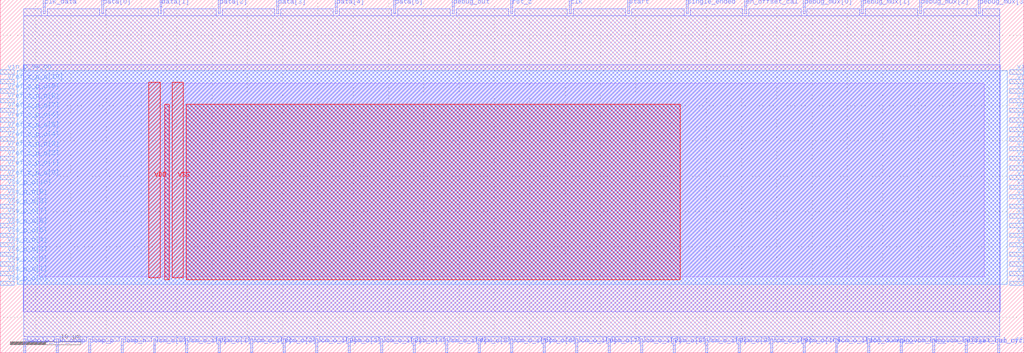
<source format=lef>
VERSION 5.7 ;
  NOWIREEXTENSIONATPIN ON ;
  DIVIDERCHAR "/" ;
  BUSBITCHARS "[]" ;
MACRO state_machine
  CLASS BLOCK ;
  FOREIGN state_machine ;
  ORIGIN 0.000 0.000 ;
  SIZE 145.000 BY 50.000 ;
  PIN VDD
    DIRECTION INOUT ;
    USE POWER ;
    PORT
      LAYER met4 ;
        RECT 21.040 10.640 22.640 38.320 ;
    END
  END VDD
  PIN VSS
    DIRECTION INOUT ;
    USE GROUND ;
    PORT
      LAYER met4 ;
        RECT 24.340 10.640 25.940 38.320 ;
    END
  END VSS
  PIN clk
    DIRECTION INPUT ;
    USE SIGNAL ;
    ANTENNAGATEAREA 0.196500 ;
    PORT
      LAYER met2 ;
        RECT 80.590 48.000 80.870 50.000 ;
    END
  END clk
  PIN clk_data
    DIRECTION OUTPUT ;
    USE SIGNAL ;
    ANTENNADIFFAREA 0.795200 ;
    PORT
      LAYER met2 ;
        RECT 6.070 48.000 6.350 50.000 ;
    END
  END clk_data
  PIN comp_n
    DIRECTION INPUT ;
    USE SIGNAL ;
    ANTENNAGATEAREA 0.196500 ;
    PORT
      LAYER met2 ;
        RECT 17.110 0.000 17.390 2.000 ;
    END
  END comp_n
  PIN comp_p
    DIRECTION INPUT ;
    USE SIGNAL ;
    ANTENNAGATEAREA 0.159000 ;
    PORT
      LAYER met2 ;
        RECT 12.510 0.000 12.790 2.000 ;
    END
  END comp_p
  PIN data[0]
    DIRECTION OUTPUT ;
    USE SIGNAL ;
    ANTENNADIFFAREA 0.795200 ;
    PORT
      LAYER met2 ;
        RECT 14.350 48.000 14.630 50.000 ;
    END
  END data[0]
  PIN data[1]
    DIRECTION OUTPUT ;
    USE SIGNAL ;
    ANTENNADIFFAREA 0.795200 ;
    PORT
      LAYER met2 ;
        RECT 22.630 48.000 22.910 50.000 ;
    END
  END data[1]
  PIN data[2]
    DIRECTION OUTPUT ;
    USE SIGNAL ;
    ANTENNADIFFAREA 0.795200 ;
    PORT
      LAYER met2 ;
        RECT 30.910 48.000 31.190 50.000 ;
    END
  END data[2]
  PIN data[3]
    DIRECTION OUTPUT ;
    USE SIGNAL ;
    ANTENNADIFFAREA 0.795200 ;
    PORT
      LAYER met2 ;
        RECT 39.190 48.000 39.470 50.000 ;
    END
  END data[3]
  PIN data[4]
    DIRECTION OUTPUT ;
    USE SIGNAL ;
    ANTENNADIFFAREA 0.795200 ;
    PORT
      LAYER met2 ;
        RECT 47.470 48.000 47.750 50.000 ;
    END
  END data[4]
  PIN data[5]
    DIRECTION OUTPUT ;
    USE SIGNAL ;
    ANTENNADIFFAREA 0.795200 ;
    PORT
      LAYER met2 ;
        RECT 55.750 48.000 56.030 50.000 ;
    END
  END data[5]
  PIN debug_mux[0]
    DIRECTION INPUT ;
    USE SIGNAL ;
    ANTENNAGATEAREA 0.159000 ;
    PORT
      LAYER met2 ;
        RECT 113.710 48.000 113.990 50.000 ;
    END
  END debug_mux[0]
  PIN debug_mux[1]
    DIRECTION INPUT ;
    USE SIGNAL ;
    ANTENNAGATEAREA 0.159000 ;
    PORT
      LAYER met2 ;
        RECT 121.990 48.000 122.270 50.000 ;
    END
  END debug_mux[1]
  PIN debug_mux[2]
    DIRECTION INPUT ;
    USE SIGNAL ;
    ANTENNAGATEAREA 0.196500 ;
    PORT
      LAYER met2 ;
        RECT 130.270 48.000 130.550 50.000 ;
    END
  END debug_mux[2]
  PIN debug_mux[3]
    DIRECTION INPUT ;
    USE SIGNAL ;
    ANTENNAGATEAREA 0.196500 ;
    PORT
      LAYER met2 ;
        RECT 138.550 48.000 138.830 50.000 ;
    END
  END debug_mux[3]
  PIN debug_out
    DIRECTION OUTPUT ;
    USE SIGNAL ;
    ANTENNADIFFAREA 0.795200 ;
    PORT
      LAYER met2 ;
        RECT 64.030 48.000 64.310 50.000 ;
    END
  END debug_out
  PIN en_comp
    DIRECTION OUTPUT ;
    USE SIGNAL ;
    ANTENNADIFFAREA 0.445500 ;
    PORT
      LAYER met2 ;
        RECT 7.910 0.000 8.190 2.000 ;
    END
  END en_comp
  PIN en_offset_cal
    DIRECTION INPUT ;
    USE SIGNAL ;
    ANTENNAGATEAREA 0.196500 ;
    PORT
      LAYER met2 ;
        RECT 105.430 48.000 105.710 50.000 ;
    END
  END en_offset_cal
  PIN en_offset_cal_o
    DIRECTION OUTPUT ;
    USE SIGNAL ;
    ANTENNADIFFAREA 0.795200 ;
    PORT
      LAYER met2 ;
        RECT 141.310 0.000 141.590 2.000 ;
    END
  END en_offset_cal_o
  PIN en_vcm_sw_o
    DIRECTION OUTPUT ;
    USE SIGNAL ;
    ANTENNADIFFAREA 0.445500 ;
    PORT
      LAYER met2 ;
        RECT 127.510 0.000 127.790 2.000 ;
    END
  END en_vcm_sw_o
  PIN en_vcm_sw_o_i
    DIRECTION INPUT ;
    USE SIGNAL ;
    ANTENNAGATEAREA 0.196500 ;
    PORT
      LAYER met2 ;
        RECT 132.110 0.000 132.390 2.000 ;
    END
  END en_vcm_sw_o_i
  PIN offset_cal_cycle
    DIRECTION OUTPUT ;
    USE SIGNAL ;
    ANTENNADIFFAREA 0.445500 ;
    PORT
      LAYER met2 ;
        RECT 136.710 0.000 136.990 2.000 ;
    END
  END offset_cal_cycle
  PIN rst_z
    DIRECTION INPUT ;
    USE SIGNAL ;
    ANTENNAGATEAREA 0.196500 ;
    PORT
      LAYER met2 ;
        RECT 72.310 48.000 72.590 50.000 ;
    END
  END rst_z
  PIN sample_o
    DIRECTION OUTPUT ;
    USE SIGNAL ;
    ANTENNADIFFAREA 0.795200 ;
    PORT
      LAYER met2 ;
        RECT 3.310 0.000 3.590 2.000 ;
    END
  END sample_o
  PIN single_ended
    DIRECTION INPUT ;
    USE SIGNAL ;
    ANTENNAGATEAREA 0.196500 ;
    PORT
      LAYER met2 ;
        RECT 97.150 48.000 97.430 50.000 ;
    END
  END single_ended
  PIN start
    DIRECTION INPUT ;
    USE SIGNAL ;
    ANTENNAGATEAREA 0.196500 ;
    PORT
      LAYER met2 ;
        RECT 88.870 48.000 89.150 50.000 ;
    END
  END start
  PIN vcm_dummy_o
    DIRECTION OUTPUT ;
    USE SIGNAL ;
    ANTENNADIFFAREA 0.445500 ;
    PORT
      LAYER met2 ;
        RECT 122.910 0.000 123.190 2.000 ;
    END
  END vcm_dummy_o
  PIN vcm_o[0]
    DIRECTION OUTPUT ;
    USE SIGNAL ;
    ANTENNADIFFAREA 0.445500 ;
    PORT
      LAYER met2 ;
        RECT 21.710 0.000 21.990 2.000 ;
    END
  END vcm_o[0]
  PIN vcm_o[10]
    DIRECTION OUTPUT ;
    USE SIGNAL ;
    ANTENNADIFFAREA 0.445500 ;
    PORT
      LAYER met2 ;
        RECT 113.710 0.000 113.990 2.000 ;
    END
  END vcm_o[10]
  PIN vcm_o[1]
    DIRECTION OUTPUT ;
    USE SIGNAL ;
    ANTENNADIFFAREA 0.445500 ;
    PORT
      LAYER met2 ;
        RECT 30.910 0.000 31.190 2.000 ;
    END
  END vcm_o[1]
  PIN vcm_o[2]
    DIRECTION OUTPUT ;
    USE SIGNAL ;
    ANTENNADIFFAREA 0.445500 ;
    PORT
      LAYER met2 ;
        RECT 40.110 0.000 40.390 2.000 ;
    END
  END vcm_o[2]
  PIN vcm_o[3]
    DIRECTION OUTPUT ;
    USE SIGNAL ;
    ANTENNADIFFAREA 0.445500 ;
    PORT
      LAYER met2 ;
        RECT 49.310 0.000 49.590 2.000 ;
    END
  END vcm_o[3]
  PIN vcm_o[4]
    DIRECTION OUTPUT ;
    USE SIGNAL ;
    ANTENNADIFFAREA 0.445500 ;
    PORT
      LAYER met2 ;
        RECT 58.510 0.000 58.790 2.000 ;
    END
  END vcm_o[4]
  PIN vcm_o[5]
    DIRECTION OUTPUT ;
    USE SIGNAL ;
    ANTENNADIFFAREA 0.445500 ;
    PORT
      LAYER met2 ;
        RECT 67.710 0.000 67.990 2.000 ;
    END
  END vcm_o[5]
  PIN vcm_o[6]
    DIRECTION OUTPUT ;
    USE SIGNAL ;
    ANTENNADIFFAREA 0.445500 ;
    PORT
      LAYER met2 ;
        RECT 76.910 0.000 77.190 2.000 ;
    END
  END vcm_o[6]
  PIN vcm_o[7]
    DIRECTION OUTPUT ;
    USE SIGNAL ;
    ANTENNADIFFAREA 0.445500 ;
    PORT
      LAYER met2 ;
        RECT 86.110 0.000 86.390 2.000 ;
    END
  END vcm_o[7]
  PIN vcm_o[8]
    DIRECTION OUTPUT ;
    USE SIGNAL ;
    ANTENNADIFFAREA 0.445500 ;
    PORT
      LAYER met2 ;
        RECT 95.310 0.000 95.590 2.000 ;
    END
  END vcm_o[8]
  PIN vcm_o[9]
    DIRECTION OUTPUT ;
    USE SIGNAL ;
    ANTENNADIFFAREA 0.445500 ;
    PORT
      LAYER met2 ;
        RECT 104.510 0.000 104.790 2.000 ;
    END
  END vcm_o[9]
  PIN vcm_o_i[0]
    DIRECTION INPUT ;
    USE SIGNAL ;
    ANTENNAGATEAREA 0.196500 ;
    PORT
      LAYER met2 ;
        RECT 26.310 0.000 26.590 2.000 ;
    END
  END vcm_o_i[0]
  PIN vcm_o_i[10]
    DIRECTION INPUT ;
    USE SIGNAL ;
    ANTENNAGATEAREA 0.196500 ;
    PORT
      LAYER met2 ;
        RECT 118.310 0.000 118.590 2.000 ;
    END
  END vcm_o_i[10]
  PIN vcm_o_i[1]
    DIRECTION INPUT ;
    USE SIGNAL ;
    ANTENNAGATEAREA 0.196500 ;
    PORT
      LAYER met2 ;
        RECT 35.510 0.000 35.790 2.000 ;
    END
  END vcm_o_i[1]
  PIN vcm_o_i[2]
    DIRECTION INPUT ;
    USE SIGNAL ;
    ANTENNAGATEAREA 0.196500 ;
    PORT
      LAYER met2 ;
        RECT 44.710 0.000 44.990 2.000 ;
    END
  END vcm_o_i[2]
  PIN vcm_o_i[3]
    DIRECTION INPUT ;
    USE SIGNAL ;
    ANTENNAGATEAREA 0.196500 ;
    PORT
      LAYER met2 ;
        RECT 53.910 0.000 54.190 2.000 ;
    END
  END vcm_o_i[3]
  PIN vcm_o_i[4]
    DIRECTION INPUT ;
    USE SIGNAL ;
    ANTENNAGATEAREA 0.196500 ;
    PORT
      LAYER met2 ;
        RECT 63.110 0.000 63.390 2.000 ;
    END
  END vcm_o_i[4]
  PIN vcm_o_i[5]
    DIRECTION INPUT ;
    USE SIGNAL ;
    ANTENNAGATEAREA 0.196500 ;
    PORT
      LAYER met2 ;
        RECT 72.310 0.000 72.590 2.000 ;
    END
  END vcm_o_i[5]
  PIN vcm_o_i[6]
    DIRECTION INPUT ;
    USE SIGNAL ;
    ANTENNAGATEAREA 0.196500 ;
    PORT
      LAYER met2 ;
        RECT 81.510 0.000 81.790 2.000 ;
    END
  END vcm_o_i[6]
  PIN vcm_o_i[7]
    DIRECTION INPUT ;
    USE SIGNAL ;
    ANTENNAGATEAREA 0.196500 ;
    PORT
      LAYER met2 ;
        RECT 90.710 0.000 90.990 2.000 ;
    END
  END vcm_o_i[7]
  PIN vcm_o_i[8]
    DIRECTION INPUT ;
    USE SIGNAL ;
    ANTENNAGATEAREA 0.196500 ;
    PORT
      LAYER met2 ;
        RECT 99.910 0.000 100.190 2.000 ;
    END
  END vcm_o_i[8]
  PIN vcm_o_i[9]
    DIRECTION INPUT ;
    USE SIGNAL ;
    ANTENNAGATEAREA 0.196500 ;
    PORT
      LAYER met2 ;
        RECT 109.110 0.000 109.390 2.000 ;
    END
  END vcm_o_i[9]
  PIN vin_n_sw_on
    DIRECTION INPUT ;
    USE SIGNAL ;
    ANTENNAGATEAREA 0.196500 ;
    PORT
      LAYER met3 ;
        RECT 143.000 39.480 145.000 40.080 ;
    END
  END vin_n_sw_on
  PIN vin_p_sw_on
    DIRECTION INPUT ;
    USE SIGNAL ;
    ANTENNAGATEAREA 0.196500 ;
    PORT
      LAYER met3 ;
        RECT 0.000 39.480 2.000 40.080 ;
    END
  END vin_p_sw_on
  PIN vref_z_n_o[0]
    DIRECTION OUTPUT ;
    USE SIGNAL ;
    ANTENNADIFFAREA 0.445500 ;
    PORT
      LAYER met3 ;
        RECT 143.000 24.520 145.000 25.120 ;
    END
  END vref_z_n_o[0]
  PIN vref_z_n_o[10]
    DIRECTION OUTPUT ;
    USE SIGNAL ;
    ANTENNADIFFAREA 0.445500 ;
    PORT
      LAYER met3 ;
        RECT 143.000 38.120 145.000 38.720 ;
    END
  END vref_z_n_o[10]
  PIN vref_z_n_o[1]
    DIRECTION OUTPUT ;
    USE SIGNAL ;
    ANTENNADIFFAREA 0.445500 ;
    PORT
      LAYER met3 ;
        RECT 143.000 25.880 145.000 26.480 ;
    END
  END vref_z_n_o[1]
  PIN vref_z_n_o[2]
    DIRECTION OUTPUT ;
    USE SIGNAL ;
    ANTENNADIFFAREA 0.445500 ;
    PORT
      LAYER met3 ;
        RECT 143.000 27.240 145.000 27.840 ;
    END
  END vref_z_n_o[2]
  PIN vref_z_n_o[3]
    DIRECTION OUTPUT ;
    USE SIGNAL ;
    ANTENNADIFFAREA 0.445500 ;
    PORT
      LAYER met3 ;
        RECT 143.000 28.600 145.000 29.200 ;
    END
  END vref_z_n_o[3]
  PIN vref_z_n_o[4]
    DIRECTION OUTPUT ;
    USE SIGNAL ;
    ANTENNADIFFAREA 0.445500 ;
    PORT
      LAYER met3 ;
        RECT 143.000 29.960 145.000 30.560 ;
    END
  END vref_z_n_o[4]
  PIN vref_z_n_o[5]
    DIRECTION OUTPUT ;
    USE SIGNAL ;
    ANTENNADIFFAREA 0.445500 ;
    PORT
      LAYER met3 ;
        RECT 143.000 31.320 145.000 31.920 ;
    END
  END vref_z_n_o[5]
  PIN vref_z_n_o[6]
    DIRECTION OUTPUT ;
    USE SIGNAL ;
    ANTENNADIFFAREA 0.445500 ;
    PORT
      LAYER met3 ;
        RECT 143.000 32.680 145.000 33.280 ;
    END
  END vref_z_n_o[6]
  PIN vref_z_n_o[7]
    DIRECTION OUTPUT ;
    USE SIGNAL ;
    ANTENNADIFFAREA 0.445500 ;
    PORT
      LAYER met3 ;
        RECT 143.000 34.040 145.000 34.640 ;
    END
  END vref_z_n_o[7]
  PIN vref_z_n_o[8]
    DIRECTION OUTPUT ;
    USE SIGNAL ;
    ANTENNADIFFAREA 0.445500 ;
    PORT
      LAYER met3 ;
        RECT 143.000 35.400 145.000 36.000 ;
    END
  END vref_z_n_o[8]
  PIN vref_z_n_o[9]
    DIRECTION OUTPUT ;
    USE SIGNAL ;
    ANTENNADIFFAREA 0.445500 ;
    PORT
      LAYER met3 ;
        RECT 143.000 36.760 145.000 37.360 ;
    END
  END vref_z_n_o[9]
  PIN vref_z_p_o[0]
    DIRECTION OUTPUT ;
    USE SIGNAL ;
    ANTENNADIFFAREA 0.445500 ;
    PORT
      LAYER met3 ;
        RECT 0.000 24.520 2.000 25.120 ;
    END
  END vref_z_p_o[0]
  PIN vref_z_p_o[10]
    DIRECTION OUTPUT ;
    USE SIGNAL ;
    ANTENNADIFFAREA 0.445500 ;
    PORT
      LAYER met3 ;
        RECT 0.000 38.120 2.000 38.720 ;
    END
  END vref_z_p_o[10]
  PIN vref_z_p_o[1]
    DIRECTION OUTPUT ;
    USE SIGNAL ;
    ANTENNADIFFAREA 0.445500 ;
    PORT
      LAYER met3 ;
        RECT 0.000 25.880 2.000 26.480 ;
    END
  END vref_z_p_o[1]
  PIN vref_z_p_o[2]
    DIRECTION OUTPUT ;
    USE SIGNAL ;
    ANTENNADIFFAREA 0.445500 ;
    PORT
      LAYER met3 ;
        RECT 0.000 27.240 2.000 27.840 ;
    END
  END vref_z_p_o[2]
  PIN vref_z_p_o[3]
    DIRECTION OUTPUT ;
    USE SIGNAL ;
    ANTENNADIFFAREA 0.445500 ;
    PORT
      LAYER met3 ;
        RECT 0.000 28.600 2.000 29.200 ;
    END
  END vref_z_p_o[3]
  PIN vref_z_p_o[4]
    DIRECTION OUTPUT ;
    USE SIGNAL ;
    ANTENNADIFFAREA 0.445500 ;
    PORT
      LAYER met3 ;
        RECT 0.000 29.960 2.000 30.560 ;
    END
  END vref_z_p_o[4]
  PIN vref_z_p_o[5]
    DIRECTION OUTPUT ;
    USE SIGNAL ;
    ANTENNADIFFAREA 0.445500 ;
    PORT
      LAYER met3 ;
        RECT 0.000 31.320 2.000 31.920 ;
    END
  END vref_z_p_o[5]
  PIN vref_z_p_o[6]
    DIRECTION OUTPUT ;
    USE SIGNAL ;
    ANTENNADIFFAREA 0.445500 ;
    PORT
      LAYER met3 ;
        RECT 0.000 32.680 2.000 33.280 ;
    END
  END vref_z_p_o[6]
  PIN vref_z_p_o[7]
    DIRECTION OUTPUT ;
    USE SIGNAL ;
    ANTENNADIFFAREA 0.445500 ;
    PORT
      LAYER met3 ;
        RECT 0.000 34.040 2.000 34.640 ;
    END
  END vref_z_p_o[7]
  PIN vref_z_p_o[8]
    DIRECTION OUTPUT ;
    USE SIGNAL ;
    ANTENNADIFFAREA 0.445500 ;
    PORT
      LAYER met3 ;
        RECT 0.000 35.400 2.000 36.000 ;
    END
  END vref_z_p_o[8]
  PIN vref_z_p_o[9]
    DIRECTION OUTPUT ;
    USE SIGNAL ;
    ANTENNADIFFAREA 0.445500 ;
    PORT
      LAYER met3 ;
        RECT 0.000 36.760 2.000 37.360 ;
    END
  END vref_z_p_o[9]
  PIN vss_n_o[0]
    DIRECTION OUTPUT ;
    USE SIGNAL ;
    ANTENNADIFFAREA 0.445500 ;
    PORT
      LAYER met3 ;
        RECT 143.000 9.560 145.000 10.160 ;
    END
  END vss_n_o[0]
  PIN vss_n_o[10]
    DIRECTION OUTPUT ;
    USE SIGNAL ;
    ANTENNADIFFAREA 0.445500 ;
    PORT
      LAYER met3 ;
        RECT 143.000 23.160 145.000 23.760 ;
    END
  END vss_n_o[10]
  PIN vss_n_o[1]
    DIRECTION OUTPUT ;
    USE SIGNAL ;
    ANTENNADIFFAREA 0.445500 ;
    PORT
      LAYER met3 ;
        RECT 143.000 10.920 145.000 11.520 ;
    END
  END vss_n_o[1]
  PIN vss_n_o[2]
    DIRECTION OUTPUT ;
    USE SIGNAL ;
    ANTENNADIFFAREA 0.445500 ;
    PORT
      LAYER met3 ;
        RECT 143.000 12.280 145.000 12.880 ;
    END
  END vss_n_o[2]
  PIN vss_n_o[3]
    DIRECTION OUTPUT ;
    USE SIGNAL ;
    ANTENNADIFFAREA 0.445500 ;
    PORT
      LAYER met3 ;
        RECT 143.000 13.640 145.000 14.240 ;
    END
  END vss_n_o[3]
  PIN vss_n_o[4]
    DIRECTION OUTPUT ;
    USE SIGNAL ;
    ANTENNADIFFAREA 0.445500 ;
    PORT
      LAYER met3 ;
        RECT 143.000 15.000 145.000 15.600 ;
    END
  END vss_n_o[4]
  PIN vss_n_o[5]
    DIRECTION OUTPUT ;
    USE SIGNAL ;
    ANTENNADIFFAREA 0.445500 ;
    PORT
      LAYER met3 ;
        RECT 143.000 16.360 145.000 16.960 ;
    END
  END vss_n_o[5]
  PIN vss_n_o[6]
    DIRECTION OUTPUT ;
    USE SIGNAL ;
    ANTENNADIFFAREA 0.445500 ;
    PORT
      LAYER met3 ;
        RECT 143.000 17.720 145.000 18.320 ;
    END
  END vss_n_o[6]
  PIN vss_n_o[7]
    DIRECTION OUTPUT ;
    USE SIGNAL ;
    ANTENNADIFFAREA 0.445500 ;
    PORT
      LAYER met3 ;
        RECT 143.000 19.080 145.000 19.680 ;
    END
  END vss_n_o[7]
  PIN vss_n_o[8]
    DIRECTION OUTPUT ;
    USE SIGNAL ;
    ANTENNADIFFAREA 0.445500 ;
    PORT
      LAYER met3 ;
        RECT 143.000 20.440 145.000 21.040 ;
    END
  END vss_n_o[8]
  PIN vss_n_o[9]
    DIRECTION OUTPUT ;
    USE SIGNAL ;
    ANTENNADIFFAREA 0.445500 ;
    PORT
      LAYER met3 ;
        RECT 143.000 21.800 145.000 22.400 ;
    END
  END vss_n_o[9]
  PIN vss_p_o[0]
    DIRECTION OUTPUT ;
    USE SIGNAL ;
    ANTENNADIFFAREA 0.445500 ;
    PORT
      LAYER met3 ;
        RECT 0.000 9.560 2.000 10.160 ;
    END
  END vss_p_o[0]
  PIN vss_p_o[10]
    DIRECTION OUTPUT ;
    USE SIGNAL ;
    ANTENNADIFFAREA 0.445500 ;
    PORT
      LAYER met3 ;
        RECT 0.000 23.160 2.000 23.760 ;
    END
  END vss_p_o[10]
  PIN vss_p_o[1]
    DIRECTION OUTPUT ;
    USE SIGNAL ;
    ANTENNADIFFAREA 0.445500 ;
    PORT
      LAYER met3 ;
        RECT 0.000 10.920 2.000 11.520 ;
    END
  END vss_p_o[1]
  PIN vss_p_o[2]
    DIRECTION OUTPUT ;
    USE SIGNAL ;
    ANTENNADIFFAREA 0.445500 ;
    PORT
      LAYER met3 ;
        RECT 0.000 12.280 2.000 12.880 ;
    END
  END vss_p_o[2]
  PIN vss_p_o[3]
    DIRECTION OUTPUT ;
    USE SIGNAL ;
    ANTENNADIFFAREA 0.445500 ;
    PORT
      LAYER met3 ;
        RECT 0.000 13.640 2.000 14.240 ;
    END
  END vss_p_o[3]
  PIN vss_p_o[4]
    DIRECTION OUTPUT ;
    USE SIGNAL ;
    ANTENNADIFFAREA 0.445500 ;
    PORT
      LAYER met3 ;
        RECT 0.000 15.000 2.000 15.600 ;
    END
  END vss_p_o[4]
  PIN vss_p_o[5]
    DIRECTION OUTPUT ;
    USE SIGNAL ;
    ANTENNADIFFAREA 0.445500 ;
    PORT
      LAYER met3 ;
        RECT 0.000 16.360 2.000 16.960 ;
    END
  END vss_p_o[5]
  PIN vss_p_o[6]
    DIRECTION OUTPUT ;
    USE SIGNAL ;
    ANTENNADIFFAREA 0.445500 ;
    PORT
      LAYER met3 ;
        RECT 0.000 17.720 2.000 18.320 ;
    END
  END vss_p_o[6]
  PIN vss_p_o[7]
    DIRECTION OUTPUT ;
    USE SIGNAL ;
    ANTENNADIFFAREA 0.445500 ;
    PORT
      LAYER met3 ;
        RECT 0.000 19.080 2.000 19.680 ;
    END
  END vss_p_o[7]
  PIN vss_p_o[8]
    DIRECTION OUTPUT ;
    USE SIGNAL ;
    ANTENNADIFFAREA 0.445500 ;
    PORT
      LAYER met3 ;
        RECT 0.000 20.440 2.000 21.040 ;
    END
  END vss_p_o[8]
  PIN vss_p_o[9]
    DIRECTION OUTPUT ;
    USE SIGNAL ;
    ANTENNADIFFAREA 0.445500 ;
    PORT
      LAYER met3 ;
        RECT 0.000 21.800 2.000 22.400 ;
    END
  END vss_p_o[9]
  OBS
      LAYER li1 ;
        RECT 5.520 10.795 139.380 38.165 ;
      LAYER met1 ;
        RECT 3.290 5.820 141.610 40.760 ;
      LAYER met2 ;
        RECT 3.320 47.720 5.790 48.690 ;
        RECT 6.630 47.720 14.070 48.690 ;
        RECT 14.910 47.720 22.350 48.690 ;
        RECT 23.190 47.720 30.630 48.690 ;
        RECT 31.470 47.720 38.910 48.690 ;
        RECT 39.750 47.720 47.190 48.690 ;
        RECT 48.030 47.720 55.470 48.690 ;
        RECT 56.310 47.720 63.750 48.690 ;
        RECT 64.590 47.720 72.030 48.690 ;
        RECT 72.870 47.720 80.310 48.690 ;
        RECT 81.150 47.720 88.590 48.690 ;
        RECT 89.430 47.720 96.870 48.690 ;
        RECT 97.710 47.720 105.150 48.690 ;
        RECT 105.990 47.720 113.430 48.690 ;
        RECT 114.270 47.720 121.710 48.690 ;
        RECT 122.550 47.720 129.990 48.690 ;
        RECT 130.830 47.720 138.270 48.690 ;
        RECT 139.110 47.720 141.580 48.690 ;
        RECT 3.320 2.280 141.580 47.720 ;
        RECT 3.870 1.630 7.630 2.280 ;
        RECT 8.470 1.630 12.230 2.280 ;
        RECT 13.070 1.630 16.830 2.280 ;
        RECT 17.670 1.630 21.430 2.280 ;
        RECT 22.270 1.630 26.030 2.280 ;
        RECT 26.870 1.630 30.630 2.280 ;
        RECT 31.470 1.630 35.230 2.280 ;
        RECT 36.070 1.630 39.830 2.280 ;
        RECT 40.670 1.630 44.430 2.280 ;
        RECT 45.270 1.630 49.030 2.280 ;
        RECT 49.870 1.630 53.630 2.280 ;
        RECT 54.470 1.630 58.230 2.280 ;
        RECT 59.070 1.630 62.830 2.280 ;
        RECT 63.670 1.630 67.430 2.280 ;
        RECT 68.270 1.630 72.030 2.280 ;
        RECT 72.870 1.630 76.630 2.280 ;
        RECT 77.470 1.630 81.230 2.280 ;
        RECT 82.070 1.630 85.830 2.280 ;
        RECT 86.670 1.630 90.430 2.280 ;
        RECT 91.270 1.630 95.030 2.280 ;
        RECT 95.870 1.630 99.630 2.280 ;
        RECT 100.470 1.630 104.230 2.280 ;
        RECT 105.070 1.630 108.830 2.280 ;
        RECT 109.670 1.630 113.430 2.280 ;
        RECT 114.270 1.630 118.030 2.280 ;
        RECT 118.870 1.630 122.630 2.280 ;
        RECT 123.470 1.630 127.230 2.280 ;
        RECT 128.070 1.630 131.830 2.280 ;
        RECT 132.670 1.630 136.430 2.280 ;
        RECT 137.270 1.630 141.030 2.280 ;
      LAYER met3 ;
        RECT 2.400 9.695 142.600 39.945 ;
      LAYER met4 ;
        RECT 23.295 10.375 23.940 35.185 ;
        RECT 26.340 10.375 96.305 35.185 ;
  END
END state_machine
END LIBRARY


</source>
